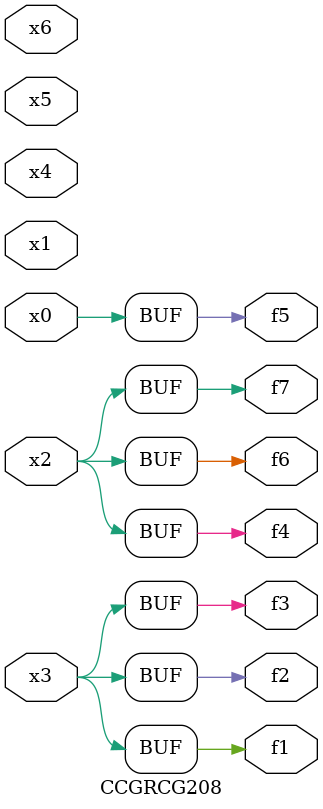
<source format=v>
module CCGRCG208(
	input x0, x1, x2, x3, x4, x5, x6,
	output f1, f2, f3, f4, f5, f6, f7
);
	assign f1 = x3;
	assign f2 = x3;
	assign f3 = x3;
	assign f4 = x2;
	assign f5 = x0;
	assign f6 = x2;
	assign f7 = x2;
endmodule

</source>
